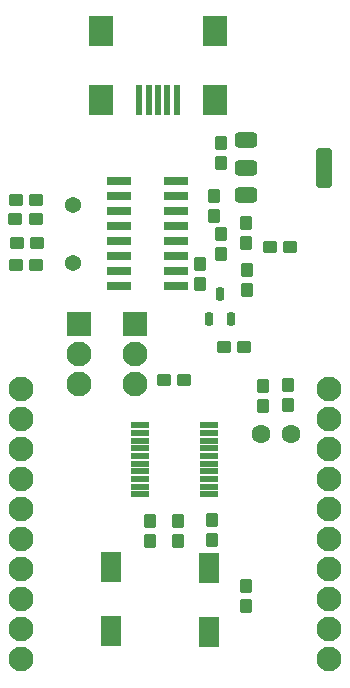
<source format=gbr>
G04 DipTrace 4.0.0.3*
G04 TopMask.gbr*
%MOIN*%
G04 #@! TF.FileFunction,Soldermask,Top*
G04 #@! TF.Part,Single*
%AMOUTLINE1*
4,1,28,
-0.023622,-0.009972,
-0.023622,0.009972,
-0.023236,0.012904,
-0.022054,0.015757,
-0.020175,0.018206,
-0.017725,0.020086,
-0.014872,0.021267,
-0.01194,0.021654,
0.01194,0.021654,
0.014872,0.021267,
0.017725,0.020086,
0.020175,0.018206,
0.022054,0.015757,
0.023236,0.012904,
0.023622,0.009972,
0.023622,-0.009972,
0.023236,-0.012904,
0.022054,-0.015757,
0.020175,-0.018206,
0.017725,-0.020086,
0.014872,-0.021267,
0.01194,-0.021654,
-0.01194,-0.021654,
-0.014872,-0.021267,
-0.017725,-0.020086,
-0.020175,-0.018206,
-0.022054,-0.015757,
-0.023236,-0.012904,
-0.023622,-0.009972,
0*%
%AMOUTLINE4*
4,1,28,
0.009972,-0.023622,
-0.009972,-0.023622,
-0.012904,-0.023236,
-0.015757,-0.022054,
-0.018206,-0.020175,
-0.020086,-0.017725,
-0.021267,-0.014872,
-0.021654,-0.01194,
-0.021654,0.01194,
-0.021267,0.014872,
-0.020086,0.017725,
-0.018206,0.020175,
-0.015757,0.022054,
-0.012904,0.023236,
-0.009972,0.023622,
0.009972,0.023622,
0.012904,0.023236,
0.015757,0.022054,
0.018206,0.020175,
0.020086,0.017725,
0.021267,0.014872,
0.021654,0.01194,
0.021654,-0.01194,
0.021267,-0.014872,
0.020086,-0.017725,
0.018206,-0.020175,
0.015757,-0.022054,
0.012904,-0.023236,
0.009972,-0.023622,
0*%
%AMOUTLINE7*
4,1,28,
0.023622,0.009972,
0.023622,-0.009972,
0.023236,-0.012904,
0.022054,-0.015757,
0.020175,-0.018206,
0.017725,-0.020086,
0.014872,-0.021267,
0.01194,-0.021654,
-0.01194,-0.021654,
-0.014872,-0.021267,
-0.017725,-0.020086,
-0.020175,-0.018206,
-0.022054,-0.015757,
-0.023236,-0.012904,
-0.023622,-0.009972,
-0.023622,0.009972,
-0.023236,0.012904,
-0.022054,0.015757,
-0.020175,0.018206,
-0.017725,0.020086,
-0.014872,0.021267,
-0.01194,0.021654,
0.01194,0.021654,
0.014872,0.021267,
0.017725,0.020086,
0.020175,0.018206,
0.022054,0.015757,
0.023236,0.012904,
0.023622,0.009972,
0*%
%AMOUTLINE10*
4,1,28,
-0.006232,0.02185,
0.006231,0.021851,
0.008144,0.021599,
0.010047,0.02081,
0.011682,0.019556,
0.012936,0.017922,
0.013724,0.016019,
0.013976,0.014106,
0.013977,-0.014105,
0.013725,-0.016018,
0.012937,-0.017921,
0.011683,-0.019556,
0.010048,-0.02081,
0.008145,-0.021598,
0.006232,-0.02185,
-0.006231,-0.021851,
-0.008144,-0.021599,
-0.010047,-0.02081,
-0.011682,-0.019556,
-0.012936,-0.017922,
-0.013724,-0.016019,
-0.013976,-0.014106,
-0.013977,0.014105,
-0.013725,0.016018,
-0.012937,0.017921,
-0.011683,0.019556,
-0.010048,0.02081,
-0.008145,0.021598,
-0.006232,0.02185,
0*%
%AMOUTLINE13*
4,1,28,
0.006232,-0.02185,
-0.006231,-0.021851,
-0.008144,-0.021599,
-0.010047,-0.02081,
-0.011682,-0.019556,
-0.012936,-0.017922,
-0.013724,-0.016019,
-0.013976,-0.014106,
-0.013977,0.014105,
-0.013725,0.016018,
-0.012937,0.017921,
-0.011683,0.019556,
-0.010048,0.02081,
-0.008145,0.021598,
-0.006232,0.02185,
0.006231,0.021851,
0.008144,0.021599,
0.010047,0.02081,
0.011682,0.019556,
0.012936,0.017922,
0.013724,0.016019,
0.013976,0.014106,
0.013977,-0.014105,
0.013725,-0.016018,
0.012937,-0.017921,
0.011683,-0.019556,
0.010048,-0.02081,
0.008145,-0.021598,
0.006232,-0.02185,
0*%
%AMOUTLINE16*
4,1,28,
-0.009972,0.023622,
0.009972,0.023622,
0.012904,0.023236,
0.015757,0.022054,
0.018206,0.020175,
0.020086,0.017725,
0.021267,0.014872,
0.021654,0.01194,
0.021654,-0.01194,
0.021267,-0.014872,
0.020086,-0.017725,
0.018206,-0.020175,
0.015757,-0.022054,
0.012904,-0.023236,
0.009972,-0.023622,
-0.009972,-0.023622,
-0.012904,-0.023236,
-0.015757,-0.022054,
-0.018206,-0.020175,
-0.020086,-0.017725,
-0.021267,-0.014872,
-0.021654,-0.01194,
-0.021654,0.01194,
-0.021267,0.014872,
-0.020086,0.017725,
-0.018206,0.020175,
-0.015757,0.022054,
-0.012904,0.023236,
-0.009972,0.023622,
0*%
%AMOUTLINE19*
4,1,28,
0.041339,0.006428,
0.041339,-0.006428,
0.04106,-0.008545,
0.040193,-0.010638,
0.038814,-0.012436,
0.037016,-0.013815,
0.034923,-0.014682,
0.032806,-0.014961,
-0.032806,-0.014961,
-0.034923,-0.014682,
-0.037016,-0.013815,
-0.038814,-0.012436,
-0.040193,-0.010638,
-0.04106,-0.008545,
-0.041339,-0.006428,
-0.041339,0.006428,
-0.04106,0.008545,
-0.040193,0.010638,
-0.038814,0.012436,
-0.037016,0.013815,
-0.034923,0.014682,
-0.032806,0.014961,
0.032806,0.014961,
0.034923,0.014682,
0.037016,0.013815,
0.038814,0.012436,
0.040193,0.010638,
0.04106,0.008545,
0.041339,0.006428,
0*%
%AMOUTLINE22*
4,1,28,
-0.041339,-0.006428,
-0.041339,0.006428,
-0.04106,0.008545,
-0.040193,0.010638,
-0.038814,0.012436,
-0.037016,0.013815,
-0.034923,0.014682,
-0.032806,0.014961,
0.032806,0.014961,
0.034923,0.014682,
0.037016,0.013815,
0.038814,0.012436,
0.040193,0.010638,
0.04106,0.008545,
0.041339,0.006428,
0.041339,-0.006428,
0.04106,-0.008545,
0.040193,-0.010638,
0.038814,-0.012436,
0.037016,-0.013815,
0.034923,-0.014682,
0.032806,-0.014961,
-0.032806,-0.014961,
-0.034923,-0.014682,
-0.037016,-0.013815,
-0.038814,-0.012436,
-0.040193,-0.010638,
-0.04106,-0.008545,
-0.041339,-0.006428,
0*%
%AMOUTLINE25*
4,1,28,
0.037401,0.0117,
0.037402,-0.011698,
0.036941,-0.015202,
0.035538,-0.018588,
0.033308,-0.021495,
0.0304,-0.023726,
0.027015,-0.025129,
0.023511,-0.02559,
-0.023509,-0.025591,
-0.027014,-0.02513,
-0.030399,-0.023728,
-0.033307,-0.021497,
-0.035537,-0.01859,
-0.03694,-0.015204,
-0.037401,-0.0117,
-0.037402,0.011698,
-0.036941,0.015202,
-0.035538,0.018588,
-0.033308,0.021495,
-0.0304,0.023726,
-0.027015,0.025129,
-0.023511,0.02559,
0.023509,0.025591,
0.027014,0.02513,
0.030399,0.023728,
0.033307,0.021497,
0.035537,0.01859,
0.03694,0.015204,
0.037401,0.0117,
0*%
%AMOUTLINE28*
4,1,28,
-0.026967,-0.055051,
-0.02697,0.05505,
-0.026584,0.057982,
-0.025402,0.060835,
-0.023523,0.063284,
-0.021073,0.065164,
-0.018221,0.066346,
-0.015288,0.066732,
0.015285,0.066733,
0.018217,0.066347,
0.02107,0.065165,
0.02352,0.063286,
0.025399,0.060836,
0.026581,0.057983,
0.026967,0.055051,
0.02697,-0.05505,
0.026584,-0.057982,
0.025402,-0.060835,
0.023523,-0.063284,
0.021073,-0.065164,
0.018221,-0.066346,
0.015288,-0.066732,
-0.015285,-0.066733,
-0.018217,-0.066347,
-0.02107,-0.065165,
-0.02352,-0.063286,
-0.025399,-0.060836,
-0.026581,-0.057983,
-0.026967,-0.055051,
0*%
%ADD39C,0.062992*%
%ADD41C,0.053937*%
%ADD43R,0.082677X0.102362*%
%ADD45R,0.023622X0.102362*%
%ADD47R,0.062008X0.021654*%
%ADD49R,0.066929X0.102362*%
%ADD51R,0.082677X0.082677*%
%ADD53C,0.082677*%
%ADD62OUTLINE1*%
%ADD65OUTLINE4*%
%ADD68OUTLINE7*%
%ADD71OUTLINE10*%
%ADD74OUTLINE13*%
%ADD77OUTLINE16*%
%ADD80OUTLINE19*%
%ADD83OUTLINE22*%
%ADD86OUTLINE25*%
%ADD89OUTLINE28*%
%FSLAX26Y26*%
G04*
G70*
G90*
G75*
G01*
G04 TopMask*
%LPD*%
D62*
X950995Y1447461D3*
X1017924D3*
D65*
X1365238Y1362314D3*
Y1429243D3*
X1283121Y1361451D3*
Y1428381D3*
D68*
X528194Y1903396D3*
X461265D3*
X524102Y1982385D3*
X457173D3*
X526029Y2047289D3*
X459100D3*
X525169Y1830370D3*
X458240D3*
D65*
X1140930Y2169656D3*
X1140929Y2236585D3*
D62*
X1304255Y1890757D3*
X1371184D3*
D65*
X1143550Y1866379D3*
X1143549Y1933308D3*
X1227570Y1747554D3*
Y1814483D3*
X1224289Y694774D3*
Y761703D3*
D53*
X474966Y516650D3*
Y616650D3*
Y716650D3*
Y816650D3*
Y916650D3*
Y1016650D3*
Y1116650D3*
Y1216650D3*
Y1316650D3*
Y1416650D3*
X1502668Y518894D3*
Y618894D3*
Y718894D3*
Y818894D3*
Y918894D3*
Y1018894D3*
Y1118894D3*
Y1218894D3*
Y1318894D3*
Y1418894D3*
D51*
X668780Y1635129D3*
D53*
Y1535129D3*
Y1435129D3*
D51*
X856428Y1635261D3*
D53*
Y1535261D3*
Y1435261D3*
D71*
X1101554Y1649931D3*
X1176357Y1649933D3*
D74*
X1138953Y1733003D3*
D65*
X1226356Y1902441D3*
Y1969370D3*
X1113934Y913227D3*
Y980156D3*
D77*
X904614Y978844D3*
Y911915D3*
X1000281Y978327D3*
Y911398D3*
X1072857Y1832806D3*
Y1765877D3*
D62*
X1152820Y1557058D3*
X1219749Y1557060D3*
D65*
X1117791Y1992974D3*
X1117789Y2059903D3*
D49*
X774358Y823449D3*
Y610850D3*
X1103264Y820538D3*
Y607940D3*
D47*
X871289Y1296764D3*
Y1271173D3*
Y1245583D3*
Y1219992D3*
Y1194402D3*
Y1168811D3*
Y1143220D3*
Y1117630D3*
Y1092039D3*
Y1066449D3*
X1102627D3*
Y1092039D3*
Y1117630D3*
Y1143220D3*
Y1168811D3*
Y1194402D3*
Y1219992D3*
Y1245583D3*
Y1271173D3*
Y1296764D3*
D80*
X803615Y2111840D3*
Y2061840D3*
Y2011840D3*
Y1961840D3*
Y1911840D3*
Y1861840D3*
Y1811840D3*
Y1761840D3*
D83*
X992986D3*
Y1811840D3*
Y1861840D3*
Y1911840D3*
Y1961840D3*
Y2011840D3*
Y2061840D3*
Y2111840D3*
D45*
X995391Y2380127D3*
X963895D3*
X932399D3*
X900903D3*
X869407D3*
D43*
X1123738D3*
X741060D3*
X1123738Y2610049D3*
X741060D3*
D86*
X1226637Y2246018D3*
X1226639Y2155467D3*
X1226641Y2064915D3*
D89*
X1484513Y2155473D3*
D41*
X649194Y1838180D3*
Y2030306D3*
D39*
X1376785Y1268551D3*
X1276785D3*
M02*

</source>
